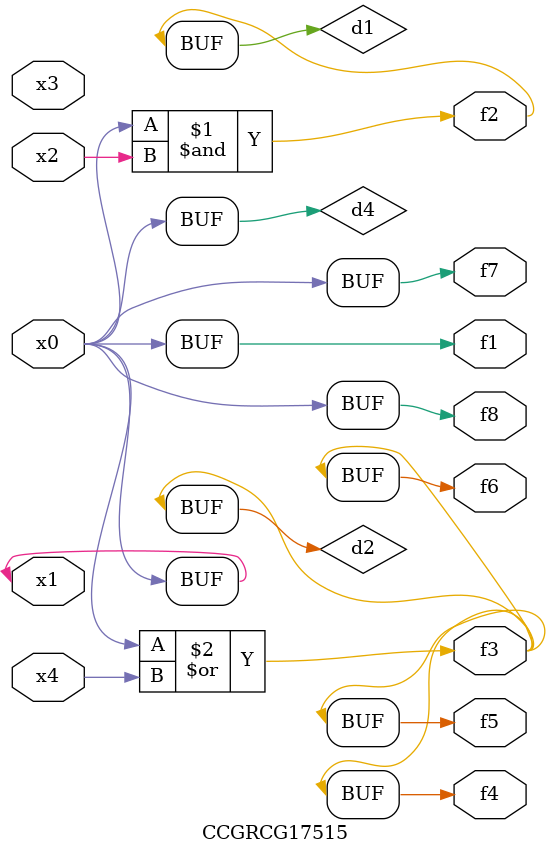
<source format=v>
module CCGRCG17515(
	input x0, x1, x2, x3, x4,
	output f1, f2, f3, f4, f5, f6, f7, f8
);

	wire d1, d2, d3, d4;

	and (d1, x0, x2);
	or (d2, x0, x4);
	nand (d3, x0, x2);
	buf (d4, x0, x1);
	assign f1 = d4;
	assign f2 = d1;
	assign f3 = d2;
	assign f4 = d2;
	assign f5 = d2;
	assign f6 = d2;
	assign f7 = d4;
	assign f8 = d4;
endmodule

</source>
